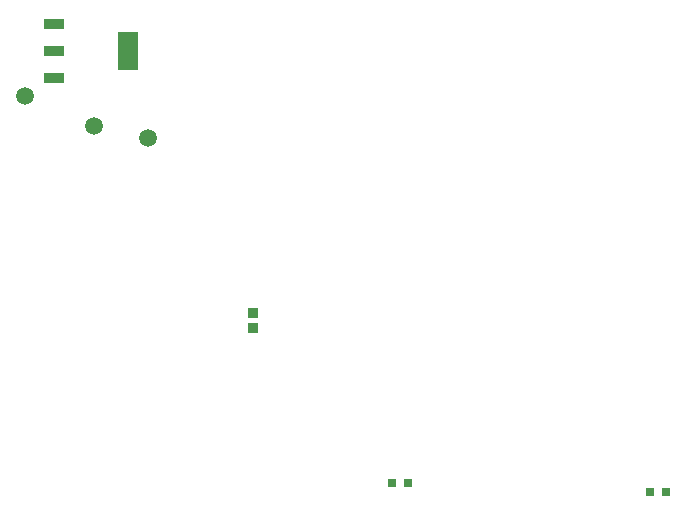
<source format=gbp>
G04*
G04 #@! TF.GenerationSoftware,Altium Limited,Altium Designer,22.0.2 (36)*
G04*
G04 Layer_Color=128*
%FSLAX25Y25*%
%MOIN*%
G70*
G04*
G04 #@! TF.SameCoordinates,A5FD766F-ED0D-4258-BB47-254A20FAC7F6*
G04*
G04*
G04 #@! TF.FilePolarity,Positive*
G04*
G01*
G75*
%ADD18C,0.05906*%
%ADD34R,0.02559X0.02756*%
G04:AMPARAMS|DCode=85|XSize=125.98mil|YSize=68.9mil|CornerRadius=2.07mil|HoleSize=0mil|Usage=FLASHONLY|Rotation=270.000|XOffset=0mil|YOffset=0mil|HoleType=Round|Shape=RoundedRectangle|*
%AMROUNDEDRECTD85*
21,1,0.12598,0.06476,0,0,270.0*
21,1,0.12185,0.06890,0,0,270.0*
1,1,0.00413,-0.03238,-0.06093*
1,1,0.00413,-0.03238,0.06093*
1,1,0.00413,0.03238,0.06093*
1,1,0.00413,0.03238,-0.06093*
%
%ADD85ROUNDEDRECTD85*%
G04:AMPARAMS|DCode=86|XSize=35.43mil|YSize=68.9mil|CornerRadius=1.95mil|HoleSize=0mil|Usage=FLASHONLY|Rotation=270.000|XOffset=0mil|YOffset=0mil|HoleType=Round|Shape=RoundedRectangle|*
%AMROUNDEDRECTD86*
21,1,0.03543,0.06500,0,0,270.0*
21,1,0.03154,0.06890,0,0,270.0*
1,1,0.00390,-0.03250,-0.01577*
1,1,0.00390,-0.03250,0.01577*
1,1,0.00390,0.03250,0.01577*
1,1,0.00390,0.03250,-0.01577*
%
%ADD86ROUNDEDRECTD86*%
%ADD87R,0.03740X0.03347*%
D18*
X61000Y150000D02*
D03*
X102000Y136000D02*
D03*
X84000Y140000D02*
D03*
D34*
X269343Y18000D02*
D03*
X274657D02*
D03*
X183343Y21000D02*
D03*
X188657D02*
D03*
D85*
X95303Y165000D02*
D03*
D86*
X70697Y174055D02*
D03*
Y165000D02*
D03*
Y155945D02*
D03*
D87*
X137000Y72441D02*
D03*
Y77559D02*
D03*
M02*

</source>
